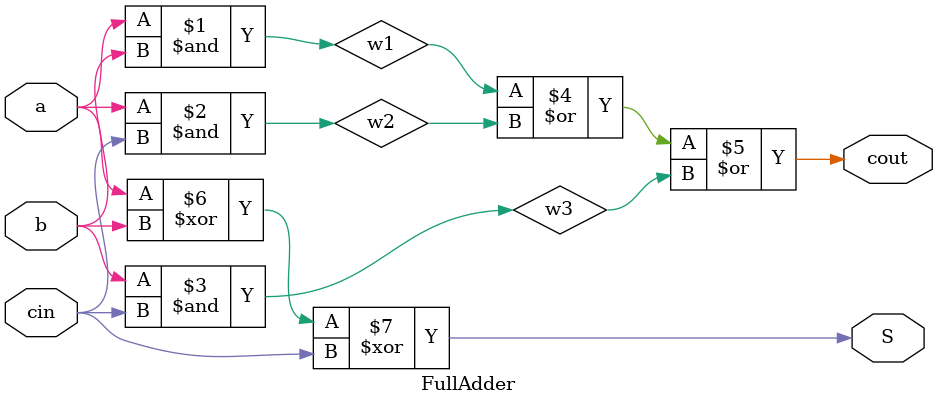
<source format=v>
module FullAdder(a, b, S, cin, cout);

  input a, b, cin;
  wire w1, w2, w3;

  output cout, S;

  and a1 (w1, a, b);
  and a2 (w2, a, cin);
  and a3 (w3, b, cin);
  or o1 (cout, w1, w2, w3);

  xor xo (S, a, b, cin);

endmodule

</source>
